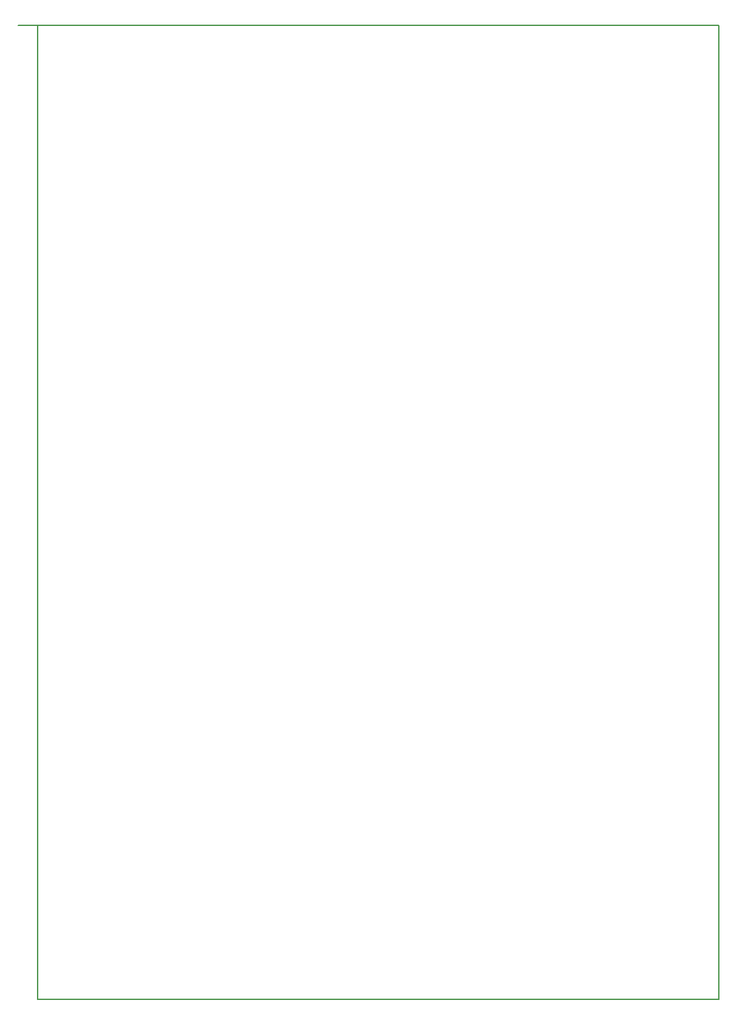
<source format=gbr>
G04 DipTrace 2.1.0.5*
%INBoard Outline.gbr*%
%MOIN*%
%ADD10C,0.0098*%
%ADD11C,0.0055*%
%ADD12C,0.003*%
%ADD13C,0.05*%
%ADD14C,0.025*%
%ADD15C,0.01*%
%ADD16C,0.0125*%
%ADD17C,0.02*%
%ADD18C,0.1*%
%ADD19C,0.0013*%
%ADD20C,0.15*%
%ADD21C,0.0039*%
%ADD22R,0.0591X0.0591*%
%ADD23C,0.0591*%
%ADD24R,0.0433X0.0394*%
%ADD25R,0.0512X0.0591*%
%ADD26R,0.0591X0.0512*%
%ADD27R,0.0394X0.0433*%
%ADD28R,0.063X0.0709*%
%ADD29R,0.0886X0.0197*%
%ADD30R,0.1378X0.0807*%
%ADD31R,0.1535X0.0807*%
%ADD32C,0.0551*%
%ADD33C,0.0984*%
%ADD34R,0.0665X0.0665*%
%ADD35C,0.0665*%
%ADD36C,0.1874*%
%ADD37R,0.0748X0.0394*%
%ADD38R,0.0866X0.0551*%
%ADD39R,0.0354X0.0551*%
%ADD40C,0.0591*%
%ADD41C,0.0512*%
%ADD42R,0.1181X0.0433*%
%ADD43R,0.0787X0.1181*%
%ADD44R,0.0394X0.1181*%
%ADD45C,0.0709*%
%ADD46R,0.063X0.063*%
%ADD47C,0.063*%
%ADD48C,0.0142*%
%ADD49R,0.0315X0.0217*%
%ADD50C,0.06*%
%ADD51C,0.0669*%
%ADD52R,0.0512X0.0512*%
%ADD53C,0.0709*%
%ADD54R,0.0315X0.0512*%
%ADD55R,0.0512X0.0315*%
%ADD56R,0.0512X0.0236*%
%ADD57R,0.0138X0.0571*%
%ADD58C,0.0197*%
%ADD59R,0.0748X0.0098*%
%ADD60R,0.0098X0.0748*%
%ADD61R,0.0315X0.0354*%
%ADD62R,0.0669X0.0598*%
%ADD63C,0.0827*%
%ADD64C,0.1181*%
%ADD65C,0.126*%
%ADD66C,0.1772*%
%ADD67R,0.0394X0.0669*%
%ADD68R,0.0098X0.0472*%
%ADD69R,0.0472X0.0098*%
%ADD70R,0.0787X0.0787*%
%ADD71R,0.1811X0.0197*%
%ADD72R,0.1811X0.0315*%
%ADD73R,0.1535X0.1378*%
%ADD74C,0.1476*%
%ADD75R,0.0669X0.0394*%
%ADD76R,0.0394X0.0472*%
%ADD77C,0.22*%
%ADD78C,0.04*%
%ADD79C,0.0191*%
%ADD80C,0.0394*%
%ADD81C,0.0354*%
%ADD82C,0.0429*%
%ADD83C,0.1283*%
%ADD84C,0.038*%
%ADD85C,0.0315*%
%ADD86C,0.0276*%
%ADD87C,0.063*%
%ADD88C,0.0906*%
%ADD89C,0.1181*%
%ADD90C,0.128*%
%ADD91C,0.13*%
%ADD92C,0.0079*%
%ADD93C,0.0479*%
%ADD94C,0.0321*%
%ADD95C,0.2279*%
%ADD96C,0.2121*%
%ADD97R,0.0472X0.0551*%
%ADD98R,0.0315X0.0394*%
%ADD99R,0.0748X0.0472*%
%ADD100R,0.0591X0.0315*%
%ADD101C,0.1555*%
%ADD102C,0.1398*%
%ADD103R,0.1614X0.1457*%
%ADD104R,0.1457X0.1299*%
%ADD105R,0.189X0.0394*%
%ADD106R,0.1732X0.0236*%
%ADD107R,0.189X0.0276*%
%ADD108R,0.1732X0.0118*%
%ADD109R,0.0866X0.0866*%
%ADD110R,0.0709X0.0709*%
%ADD111R,0.0551X0.0177*%
%ADD112R,0.0394X0.002*%
%ADD113R,0.0177X0.0551*%
%ADD114R,0.002X0.0394*%
%ADD115R,0.0472X0.0748*%
%ADD116R,0.0315X0.0591*%
%ADD117C,0.185*%
%ADD118C,0.1693*%
%ADD119C,0.1339*%
%ADD120C,0.1102*%
%ADD121C,0.0906*%
%ADD122C,0.0748*%
%ADD123R,0.0748X0.0677*%
%ADD124R,0.0591X0.052*%
%ADD125R,0.0236X0.0276*%
%ADD126R,0.0177X0.0827*%
%ADD127R,0.002X0.0669*%
%ADD128R,0.0827X0.0177*%
%ADD129R,0.0669X0.002*%
%ADD130R,0.0217X0.065*%
%ADD131R,0.0059X0.0492*%
%ADD132R,0.0433X0.0157*%
%ADD133R,0.0591X0.0394*%
%ADD134R,0.0433X0.0236*%
%ADD135R,0.0394X0.0591*%
%ADD136R,0.0236X0.0433*%
%ADD137C,0.0787*%
%ADD138R,0.0433X0.0433*%
%ADD139C,0.0748*%
%ADD140C,0.0679*%
%ADD141C,0.0521*%
%ADD142R,0.0394X0.0295*%
%ADD143R,0.0236X0.0138*%
%ADD144R,0.0551X0.0551*%
%ADD145C,0.0787*%
%ADD146R,0.0472X0.126*%
%ADD147R,0.0315X0.1102*%
%ADD148R,0.0866X0.126*%
%ADD149R,0.0709X0.1102*%
%ADD150R,0.126X0.0512*%
%ADD151R,0.1102X0.0354*%
%ADD152C,0.0433*%
%ADD153C,0.0669*%
%ADD154C,0.0512*%
%ADD155R,0.0433X0.063*%
%ADD156R,0.0276X0.0472*%
%ADD157R,0.0945X0.063*%
%ADD158R,0.0787X0.0472*%
%ADD159R,0.0827X0.0472*%
%ADD160R,0.0669X0.0315*%
%ADD161C,0.1953*%
%ADD162C,0.1795*%
%ADD163C,0.0744*%
%ADD164C,0.0587*%
%ADD165R,0.0744X0.0744*%
%ADD166R,0.0587X0.0587*%
%ADD167C,0.1063*%
%ADD168C,0.0472*%
%ADD169R,0.1614X0.0886*%
%ADD170R,0.1457X0.0728*%
%ADD171R,0.1457X0.0886*%
%ADD172R,0.1299X0.0728*%
%ADD173R,0.0965X0.0276*%
%ADD174R,0.0807X0.0118*%
%ADD175R,0.0709X0.0787*%
%ADD176R,0.0551X0.063*%
%ADD177R,0.0472X0.0512*%
%ADD178R,0.0669X0.0591*%
%ADD179R,0.0512X0.0433*%
%ADD180R,0.0591X0.0669*%
%ADD181R,0.0433X0.0512*%
%ADD182R,0.0512X0.0472*%
%ADD183R,0.0354X0.0315*%
%ADD184R,0.0669X0.0669*%
%ADD185C,0.0093*%
%ADD186C,0.0077*%
%ADD187C,0.0154*%
%ADD188C,0.0062*%
%ADD189C,0.0124*%
%FSLAX44Y44*%
%SFA1B1*%
%OFA0B0*%
G04*
G70*
G90*
G75*
G01*
%LNBoardOutline*%
%LPD*%
D2*
D11*
X35000D1*
Y50000D1*
X-1000D1*
X0D1*
Y0D1*
M02*

</source>
